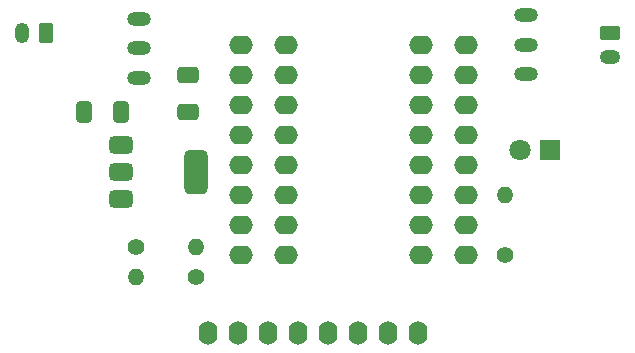
<source format=gbs>
G04 #@! TF.GenerationSoftware,KiCad,Pcbnew,9.0.0*
G04 #@! TF.CreationDate,2025-04-09T20:43:05+09:00*
G04 #@! TF.ProjectId,2_wheels_mini_Motor_inverted_Pendulum,325f7768-6565-46c7-935f-6d696e695f4d,rev?*
G04 #@! TF.SameCoordinates,Original*
G04 #@! TF.FileFunction,Soldermask,Bot*
G04 #@! TF.FilePolarity,Negative*
%FSLAX46Y46*%
G04 Gerber Fmt 4.6, Leading zero omitted, Abs format (unit mm)*
G04 Created by KiCad (PCBNEW 9.0.0) date 2025-04-09 20:43:05*
%MOMM*%
%LPD*%
G01*
G04 APERTURE LIST*
G04 Aperture macros list*
%AMRoundRect*
0 Rectangle with rounded corners*
0 $1 Rounding radius*
0 $2 $3 $4 $5 $6 $7 $8 $9 X,Y pos of 4 corners*
0 Add a 4 corners polygon primitive as box body*
4,1,4,$2,$3,$4,$5,$6,$7,$8,$9,$2,$3,0*
0 Add four circle primitives for the rounded corners*
1,1,$1+$1,$2,$3*
1,1,$1+$1,$4,$5*
1,1,$1+$1,$6,$7*
1,1,$1+$1,$8,$9*
0 Add four rect primitives between the rounded corners*
20,1,$1+$1,$2,$3,$4,$5,0*
20,1,$1+$1,$4,$5,$6,$7,0*
20,1,$1+$1,$6,$7,$8,$9,0*
20,1,$1+$1,$8,$9,$2,$3,0*%
G04 Aperture macros list end*
%ADD10O,1.600000X2.000000*%
%ADD11C,1.400000*%
%ADD12O,1.400000X1.400000*%
%ADD13O,2.000000X1.200000*%
%ADD14RoundRect,0.250000X-0.625000X0.350000X-0.625000X-0.350000X0.625000X-0.350000X0.625000X0.350000X0*%
%ADD15O,1.750000X1.200000*%
%ADD16O,2.000000X1.600000*%
%ADD17R,1.800000X1.800000*%
%ADD18C,1.800000*%
%ADD19RoundRect,0.250000X0.350000X0.625000X-0.350000X0.625000X-0.350000X-0.625000X0.350000X-0.625000X0*%
%ADD20O,1.200000X1.750000*%
%ADD21RoundRect,0.250000X0.650000X-0.412500X0.650000X0.412500X-0.650000X0.412500X-0.650000X-0.412500X0*%
%ADD22RoundRect,0.375000X-0.625000X-0.375000X0.625000X-0.375000X0.625000X0.375000X-0.625000X0.375000X0*%
%ADD23RoundRect,0.500000X-0.500000X-1.400000X0.500000X-1.400000X0.500000X1.400000X-0.500000X1.400000X0*%
%ADD24RoundRect,0.250000X0.412500X0.650000X-0.412500X0.650000X-0.412500X-0.650000X0.412500X-0.650000X0*%
G04 APERTURE END LIST*
D10*
G04 #@! TO.C,IC4*
X148636000Y-111204000D03*
X146096000Y-111204000D03*
X143556000Y-111204000D03*
X141016000Y-111204000D03*
X138476000Y-111204000D03*
X135936000Y-111204000D03*
X133396000Y-111204000D03*
X130856000Y-111204000D03*
G04 #@! TD*
D11*
G04 #@! TO.C,R1*
X124760000Y-103965000D03*
D12*
X129840000Y-103965000D03*
G04 #@! TD*
D13*
G04 #@! TO.C,SW2*
X157780000Y-84320000D03*
X157780000Y-86820000D03*
X157780000Y-89320000D03*
G04 #@! TD*
G04 #@! TO.C,SW1*
X125014000Y-89614000D03*
X125014000Y-87114000D03*
X125014000Y-84614000D03*
G04 #@! TD*
D14*
G04 #@! TO.C,CN2*
X164892000Y-85836000D03*
D15*
X164892000Y-87836000D03*
G04 #@! TD*
D11*
G04 #@! TO.C,R2*
X129840000Y-106505000D03*
D12*
X124760000Y-106505000D03*
G04 #@! TD*
D11*
G04 #@! TO.C,R3*
X156002000Y-104600000D03*
D12*
X156002000Y-99520000D03*
G04 #@! TD*
D16*
G04 #@! TO.C,IC2*
X133650000Y-86820000D03*
X133650000Y-89360000D03*
X133650000Y-91900000D03*
X133650000Y-94440000D03*
X133650000Y-96980000D03*
X133650000Y-99520000D03*
X133650000Y-102060000D03*
X133650000Y-104600000D03*
X148890000Y-104600000D03*
X148890000Y-102060000D03*
X148890000Y-99520000D03*
X148890000Y-96980000D03*
X148890000Y-94440000D03*
X148890000Y-91900000D03*
X148890000Y-89360000D03*
X148890000Y-86820000D03*
G04 #@! TD*
D17*
G04 #@! TO.C,D1*
X159812000Y-95710000D03*
D18*
X157272000Y-95710000D03*
G04 #@! TD*
D19*
G04 #@! TO.C,CN1*
X117140000Y-85836000D03*
D20*
X115140000Y-85836000D03*
G04 #@! TD*
D16*
G04 #@! TO.C,IC3*
X152700000Y-86820000D03*
X152700000Y-89360000D03*
X152700000Y-91900000D03*
X152700000Y-94440000D03*
X152700000Y-96980000D03*
X152700000Y-99520000D03*
X152700000Y-102060000D03*
X152700000Y-104600000D03*
X137460000Y-104600000D03*
X137460000Y-102060000D03*
X137460000Y-99520000D03*
X137460000Y-96980000D03*
X137460000Y-94440000D03*
X137460000Y-91900000D03*
X137460000Y-89360000D03*
X137460000Y-86820000D03*
G04 #@! TD*
D21*
G04 #@! TO.C,C3*
X129179600Y-92535000D03*
X129179600Y-89410000D03*
G04 #@! TD*
D22*
G04 #@! TO.C,IC1*
X123515000Y-99915000D03*
X123515000Y-97615000D03*
D23*
X129815000Y-97615000D03*
D22*
X123515000Y-95315000D03*
G04 #@! TD*
D24*
G04 #@! TO.C,C1*
X123490000Y-92535000D03*
X120365000Y-92535000D03*
G04 #@! TD*
M02*

</source>
